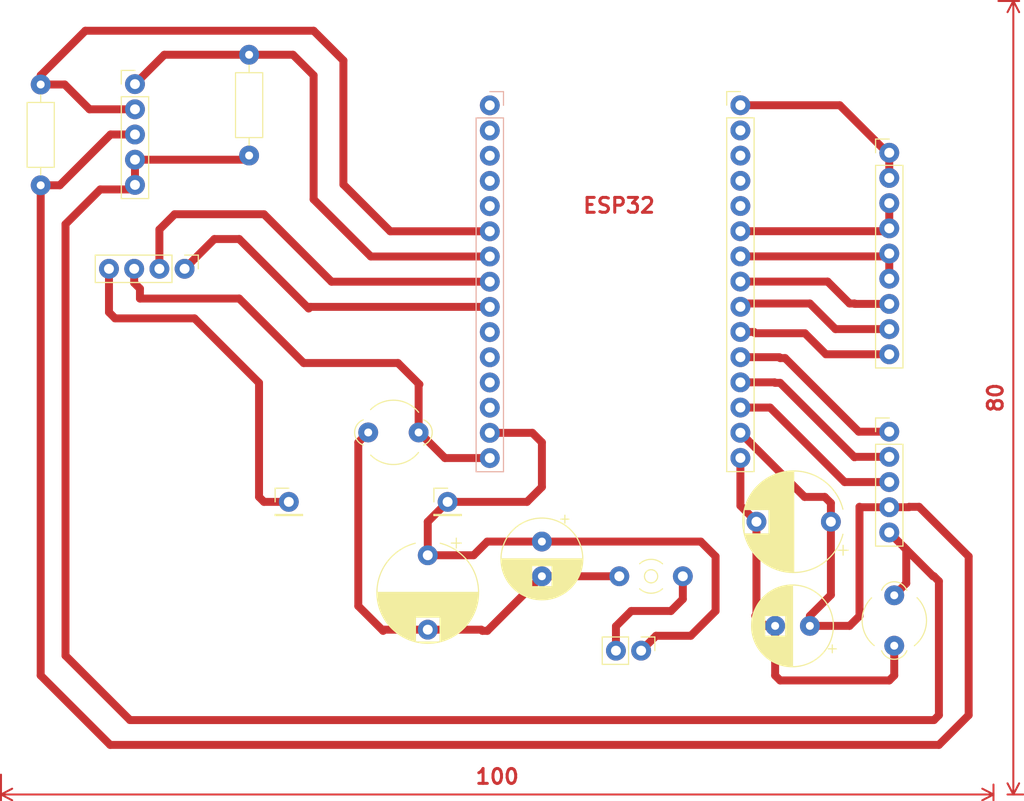
<source format=kicad_pcb>
(kicad_pcb (version 20241229) (generator "pcbnew") (generator_version "9.0")
  (layers (0 "F.Cu" signal) (2 "B.Cu" signal) (13 "F.Paste" user) (15 "B.Paste" user) (5 "F.SilkS" user "F.Silkscreen") (7 "B.SilkS" user "B.Silkscreen") (1 "F.Mask" user) (3 "B.Mask" user) (25 "Edge.Cuts" user))
  (net 0 "")
  (footprint "Capacitor_THT:CP_Radial_D10.0mm_P7.50mm" (layer "F.Cu") (at 68.5 133.382323 -90)
    (property "Reference" "REF**" (hide yes))
    (property "Value" "CP_Radial_D10.0mm_P7.50mm" (hide yes))
    (pad "1" thru_hole circle (at 0 0 270) (size 2 2) (drill 1) (layers "*.Cu" "*.Mask"))
    (pad "2" thru_hole circle (at 7.5 0 270) (size 2 2) (drill 1) (layers "*.Cu" "*.Mask"))
  )
  (footprint "Capacitor_THT:CP_Radial_D10.0mm_P7.50mm" (layer "F.Cu") (at 109.117677 130 180)
    (property "Reference" "REF**" (hide yes))
    (property "Value" "CP_Radial_D10.0mm_P7.50mm" (hide yes))
    (pad "1" thru_hole circle (at 0 0 180) (size 2 2) (drill 1) (layers "*.Cu" "*.Mask"))
    (pad "2" thru_hole circle (at 7.5 0 180) (size 2 2) (drill 1) (layers "*.Cu" "*.Mask"))
  )
  (footprint "Connector_PinHeader_2.54mm:PinHeader_1x01_P2.54mm_Vertical" (layer "F.Cu") (at 70.5 128)
    (property "Reference" "REF**" (hide yes))
    (property "Value" "PinHeader_1x01_P2.54mm_Vertical" (hide yes))
    (pad "1" thru_hole circle (at 0 0) (size 2 2) (drill 1) (layers "*.Cu" "*.Mask"))
  )
  (footprint "Connector_PinHeader_2.54mm:PinHeader_1x15_P2.54mm_Vertical" (layer "F.Cu") (at 100 88.01)
    (property "Reference" "REF**" (hide yes))
    (property "Value" "PinHeader_1x15_P2.54mm_Vertical" (hide yes))
    (pad "1" thru_hole circle (at 0 0) (size 2 2) (drill 1) (layers "*.Cu" "*.Mask"))
    (pad "2" thru_hole circle (at 0 2.54) (size 2 2) (drill 1) (layers "*.Cu" "*.Mask"))
    (pad "3" thru_hole circle (at 0 5.08) (size 2 2) (drill 1) (layers "*.Cu" "*.Mask"))
    (pad "4" thru_hole circle (at 0 7.62) (size 2 2) (drill 1) (layers "*.Cu" "*.Mask"))
    (pad "5" thru_hole circle (at 0 10.16) (size 2 2) (drill 1) (layers "*.Cu" "*.Mask"))
    (pad "6" thru_hole circle (at 0 12.7) (size 2 2) (drill 1) (layers "*.Cu" "*.Mask"))
    (pad "7" thru_hole circle (at 0 15.24) (size 2 2) (drill 1) (layers "*.Cu" "*.Mask"))
    (pad "8" thru_hole circle (at 0 17.78) (size 2 2) (drill 1) (layers "*.Cu" "*.Mask"))
    (pad "9" thru_hole circle (at 0 20.32) (size 2 2) (drill 1) (layers "*.Cu" "*.Mask"))
    (pad "10" thru_hole circle (at 0 22.86) (size 2 2) (drill 1) (layers "*.Cu" "*.Mask"))
    (pad "11" thru_hole circle (at 0 25.4) (size 2 2) (drill 1) (layers "*.Cu" "*.Mask"))
    (pad "12" thru_hole circle (at 0 27.94) (size 2 2) (drill 1) (layers "*.Cu" "*.Mask"))
    (pad "13" thru_hole circle (at 0 30.48) (size 2 2) (drill 1) (layers "*.Cu" "*.Mask"))
    (pad "14" thru_hole circle (at 0 33.02) (size 2 2) (drill 1) (layers "*.Cu" "*.Mask"))
    (pad "15" thru_hole circle (at 0 35.56) (size 2 2) (drill 1) (layers "*.Cu" "*.Mask"))
  )
  (footprint "Resistor_THT:R_Axial_DIN0207_L6.3mm_D2.5mm_P10.16mm_Horizontal" (layer "F.Cu") (at 29.5 85.92 -90)
    (property "Reference" "REF**" (hide yes))
    (property "Value" "R_Axial_DIN0207_L6.3mm_D2.5mm_P10.16mm_Horizontal" (hide yes))
    (pad "1" thru_hole circle (at 0 0 270) (size 2 2) (drill 0.8) (layers "*.Cu" "*.Mask"))
    (pad "2" thru_hole circle (at 10.16 0 270) (size 2 2) (drill 0.8) (layers "*.Cu" "*.Mask"))
  )
  (footprint "Ferrite_THT:LairdTech_28C0236-0JW-10" (layer "F.Cu") (at 115.5 137.42 -90)
    (property "Reference" "REF**" (hide yes))
    (property "Value" "LairdTech_28C0236-0JW-10" (hide yes))
    (pad "1" thru_hole circle (at 0 0 270) (size 2 2) (drill 0.8) (layers "*.Cu" "*.Mask"))
    (pad "2" thru_hole circle (at 5.08 0 270) (size 2 2) (drill 0.8) (layers "*.Cu" "*.Mask"))
  )
  (footprint "Connector_PinHeader_2.54mm:PinHeader_1x04_P2.54mm_Vertical" (layer "F.Cu") (at 44 104.5 -90)
    (property "Reference" "REF**" (hide yes))
    (property "Value" "RTC" (hide yes))
    (pad "1" thru_hole circle (at 0 0 270) (size 2 2) (drill 1) (layers "*.Cu" "*.Mask"))
    (pad "2" thru_hole circle (at 0 2.54 270) (size 2 2) (drill 1) (layers "*.Cu" "*.Mask"))
    (pad "3" thru_hole circle (at 0 5.08 270) (size 2 2) (drill 1) (layers "*.Cu" "*.Mask"))
    (pad "4" thru_hole circle (at 0 7.62 270) (size 2 2) (drill 1) (layers "*.Cu" "*.Mask"))
  )
  (footprint "Connector_PinHeader_2.54mm:PinHeader_1x01_P2.54mm_Vertical" (layer "F.Cu") (at 54.5 128)
    (property "Reference" "REF**" (hide yes))
    (property "Value" "PinHeader_1x01_P2.54mm_Vertical" (hide yes))
    (pad "1" thru_hole circle (at 0 0) (size 2 2) (drill 1) (layers "*.Cu" "*.Mask"))
  )
  (footprint "Connector_PinHeader_2.54mm:PinHeader_1x02_P2.54mm_Vertical" (layer "F.Cu") (at 90 143 -90)
    (property "Reference" "REF**" (hide yes))
    (property "Value" "USB")
    (pad "1" thru_hole circle (at 0 0 270) (size 2 2) (drill 1) (layers "*.Cu" "*.Mask"))
    (pad "2" thru_hole circle (at 0 2.54 270) (size 2 2) (drill 1) (layers "*.Cu" "*.Mask"))
  )
  (footprint "Ferrite_THT:LairdTech_28C0236-0JW-10" (layer "F.Cu") (at 62.5 121)
    (property "Reference" "REF**" (hide yes))
    (property "Value" "LairdTech_28C0236-0JW-10" (hide yes))
    (pad "1" thru_hole circle (at 0 0) (size 2 2) (drill 0.8) (layers "*.Cu" "*.Mask"))
    (pad "2" thru_hole circle (at 5.08 0) (size 2 2) (drill 0.8) (layers "*.Cu" "*.Mask"))
  )
  (footprint "Connector_PinHeader_2.54mm:PinHeader_1x09_P2.54mm_Vertical" (layer "F.Cu") (at 115 92.8)
    (property "Reference" "REF**" (hide yes))
    (property "Value" "PinHeader_1x09_P2.54mm_Vertical" (hide yes))
    (pad "1" thru_hole circle (at 0 0) (size 2 2) (drill 1) (layers "*.Cu" "*.Mask"))
    (pad "2" thru_hole circle (at 0 2.54) (size 2 2) (drill 1) (layers "*.Cu" "*.Mask"))
    (pad "3" thru_hole circle (at 0 5.08) (size 2 2) (drill 1) (layers "*.Cu" "*.Mask"))
    (pad "4" thru_hole circle (at 0 7.62) (size 2 2) (drill 1) (layers "*.Cu" "*.Mask"))
    (pad "5" thru_hole circle (at 0 10.16) (size 2 2) (drill 1) (layers "*.Cu" "*.Mask"))
    (pad "6" thru_hole circle (at 0 12.7) (size 2 2) (drill 1) (layers "*.Cu" "*.Mask"))
    (pad "7" thru_hole circle (at 0 15.24) (size 2 2) (drill 1) (layers "*.Cu" "*.Mask"))
    (pad "8" thru_hole circle (at 0 17.78) (size 2 2) (drill 1) (layers "*.Cu" "*.Mask"))
    (pad "9" thru_hole circle (at 0 20.32) (size 2 2) (drill 1) (layers "*.Cu" "*.Mask"))
  )
  (footprint "Capacitor_THT:CP_Radial_D8.0mm_P3.50mm" (layer "F.Cu") (at 80 132 -90)
    (property "Reference" "REF**" (hide yes))
    (property "Value" "CP_Radial_D8.0mm_P3.50mm" (hide yes))
    (pad "1" thru_hole circle (at 0 0 270) (size 2 2) (drill 0.8) (layers "*.Cu" "*.Mask"))
    (pad "2" thru_hole circle (at 3.5 0 270) (size 2 2) (drill 0.8) (layers "*.Cu" "*.Mask"))
  )
  (footprint "Connector_PinHeader_2.54mm:PinHeader_1x05_P2.54mm_Vertical" (layer "F.Cu") (at 39 85.88)
    (property "Reference" "REF**" (hide yes))
    (property "Value" "temp/fotoresistor" (hide yes))
    (pad "1" thru_hole circle (at 0 0) (size 2 2) (drill 1) (layers "*.Cu" "*.Mask"))
    (pad "2" thru_hole circle (at 0 2.54) (size 2 2) (drill 1) (layers "*.Cu" "*.Mask"))
    (pad "3" thru_hole circle (at 0 5.08) (size 2 2) (drill 1) (layers "*.Cu" "*.Mask"))
    (pad "4" thru_hole circle (at 0 7.62) (size 2 2) (drill 1) (layers "*.Cu" "*.Mask"))
    (pad "5" thru_hole circle (at 0 10.16) (size 2 2) (drill 1) (layers "*.Cu" "*.Mask"))
  )
  (footprint "Resistor_THT:R_Axial_DIN0207_L6.3mm_D2.5mm_P10.16mm_Horizontal" (layer "F.Cu") (at 50.5 82.92 -90)
    (property "Reference" "REF**" (hide yes))
    (property "Value" "R_Axial_DIN0207_L6.3mm_D2.5mm_P10.16mm_Horizontal" (hide yes))
    (pad "1" thru_hole circle (at 0 0 270) (size 2 2) (drill 0.8) (layers "*.Cu" "*.Mask"))
    (pad "2" thru_hole circle (at 10.16 0 270) (size 2 2) (drill 0.8) (layers "*.Cu" "*.Mask"))
  )
  (footprint "Connector_PinHeader_2.54mm:PinHeader_1x05_P2.54mm_Vertical" (layer "F.Cu") (at 115 120.92)
    (property "Reference" "REF**" (hide yes))
    (property "Value" "temp/fotoresistor" (hide yes))
    (pad "1" thru_hole circle (at 0 0) (size 2 2) (drill 1) (layers "*.Cu" "*.Mask"))
    (pad "2" thru_hole circle (at 0 2.54) (size 2 2) (drill 1) (layers "*.Cu" "*.Mask"))
    (pad "3" thru_hole circle (at 0 5.08) (size 2 2) (drill 1) (layers "*.Cu" "*.Mask"))
    (pad "4" thru_hole circle (at 0 7.62) (size 2 2) (drill 1) (layers "*.Cu" "*.Mask"))
    (pad "5" thru_hole circle (at 0 10.16) (size 2 2) (drill 1) (layers "*.Cu" "*.Mask"))
  )
  (footprint "Capacitor_THT:CP_Radial_D8.0mm_P3.50mm" (layer "F.Cu") (at 107 140.5 180)
    (property "Reference" "REF**" (hide yes))
    (property "Value" "CP_Radial_D8.0mm_P3.50mm" (hide yes))
    (pad "1" thru_hole circle (at 0 0 180) (size 2 2) (drill 0.8) (layers "*.Cu" "*.Mask"))
    (pad "2" thru_hole circle (at 3.5 0 180) (size 2 2) (drill 0.8) (layers "*.Cu" "*.Mask"))
  )
  (footprint "Inductor_THT:L_Toroid_Horizontal_D3.2mm_P6.40mm_Diameter3-5mm_Amidon-T12" (layer "F.Cu") (at 87.8 135.5)
    (property "Reference" "REF**" (hide yes))
    (property "Value" "fuse" (hide yes))
    (pad "1" thru_hole circle (at 0 0) (size 2 2) (drill 1) (layers "*.Cu" "*.Mask"))
    (pad "2" thru_hole circle (at 6.4 0) (size 2 2) (drill 1) (layers "*.Cu" "*.Mask"))
  )
  (footprint "Connector_PinHeader_2.54mm:PinHeader_1x15_P2.54mm_Vertical" (layer "B.Cu") (at 74.75 88.02 180)
    (property "Reference" "REF**" (hide yes))
    (property "Value" "PinHeader_1x15_P2.54mm_Vertical" (hide yes))
    (pad "1" thru_hole circle (at 0 0 180) (size 2 2) (drill 1) (layers "*.Cu" "*.Mask"))
    (pad "2" thru_hole circle (at 0 -2.54 180) (size 2 2) (drill 1) (layers "*.Cu" "*.Mask"))
    (pad "3" thru_hole circle (at 0 -5.08 180) (size 2 2) (drill 1) (layers "*.Cu" "*.Mask"))
    (pad "4" thru_hole circle (at 0 -7.62 180) (size 2 2) (drill 1) (layers "*.Cu" "*.Mask"))
    (pad "5" thru_hole circle (at 0 -10.16 180) (size 2 2) (drill 1) (layers "*.Cu" "*.Mask"))
    (pad "6" thru_hole circle (at 0 -12.7 180) (size 2 2) (drill 1) (layers "*.Cu" "*.Mask"))
    (pad "7" thru_hole circle (at 0 -15.24 180) (size 2 2) (drill 1) (layers "*.Cu" "*.Mask"))
    (pad "8" thru_hole circle (at 0 -17.78 180) (size 2 2) (drill 1) (layers "*.Cu" "*.Mask"))
    (pad "9" thru_hole circle (at 0 -20.32 180) (size 2 2) (drill 1) (layers "*.Cu" "*.Mask"))
    (pad "10" thru_hole circle (at 0 -22.86 180) (size 2 2) (drill 1) (layers "*.Cu" "*.Mask"))
    (pad "11" thru_hole circle (at 0 -25.4 180) (size 2 2) (drill 1) (layers "*.Cu" "*.Mask"))
    (pad "12" thru_hole circle (at 0 -27.94 180) (size 2 2) (drill 1) (layers "*.Cu" "*.Mask"))
    (pad "13" thru_hole circle (at 0 -30.48 180) (size 2 2) (drill 1) (layers "*.Cu" "*.Mask"))
    (pad "14" thru_hole circle (at 0 -33.02 180) (size 2 2) (drill 1) (layers "*.Cu" "*.Mask"))
    (pad "15" thru_hole circle (at 0 -35.56 180) (size 2 2) (drill 1) (layers "*.Cu" "*.Mask"))
  )
  (gr_text "ESP32\n" (at 84 99 0) (layer "F.Cu") (effects (font (size 1.5 1.5) (thickness 0.3) (bold yes)) (justify left bottom)))
  (dimension (type orthogonal) (layer "F.Cu") (pts (xy 129 157.5) (xy 125.5 77.5)) (height -1.5) (orientation 1) (format (prefix "") (suffix "") (units 3) (units_format 0) (precision 4) (suppress_zeroes yes)) (style (thickness 0.2) (arrow_length 1.27) (text_position_mode 0) (arrow_direction outward) (extension_height 0.58642) (extension_offset 0.5) (keep_text_aligned yes)) (gr_text "80" (at 125.7 117.5 90) (layer "F.Cu") (effects (font (size 1.5 1.5) (thickness 0.3)))))
  (dimension (type orthogonal) (layer "F.Cu") (pts (xy 25.5 155) (xy 125.5 156)) (height 2.5) (orientation 0) (format (prefix "") (suffix "") (units 3) (units_format 0) (precision 4) (suppress_zeroes yes)) (style (thickness 0.2) (arrow_length 1.27) (text_position_mode 0) (arrow_direction outward) (extension_height 0.58642) (extension_offset 0.5) (keep_text_aligned yes)) (gr_text "100" (at 75.5 155.7 0) (layer "F.Cu") (effects (font (size 1.5 1.5) (thickness 0.3)))))
  (segment (start 103.5 116) (end 103.45 115.95) (width 0.8) (layer "F.Cu") (net 0))
  (segment (start 80 132) (end 96 132) (width 0.8) (layer "F.Cu") (net 0))
  (segment (start 64 141) (end 61.5 138.5) (width 0.8) (layer "F.Cu") (net 0))
  (segment (start 58.8 105.8) (end 74.75 105.8) (width 0.8) (layer "F.Cu") (net 0))
  (segment (start 32 143.5) (end 32 100) (width 0.8) (layer "F.Cu") (net 0))
  (segment (start 31.42 96.08) (end 36.54 90.96) (width 0.8) (layer "F.Cu") (net 0))
  (segment (start 38.92 105.92) (end 38.92 104.5) (width 0.8) (layer "F.Cu") (net 0))
  (segment (start 56.66 108.34) (end 56.5 108.5) (width 0.8) (layer "F.Cu") (net 0))
  (segment (start 115 97.88) (end 115 100.42) (width 0.8) (layer "F.Cu") (net 0))
  (segment (start 52 128) (end 54.5 128) (width 0.8) (layer "F.Cu") (net 0))
  (segment (start 57 97.5) (end 57 85) (width 0.8) (layer "F.Cu") (net 0))
  (segment (start 67.58 121) (end 67.652651 121) (width 0.8) (layer "F.Cu") (net 0))
  (segment (start 51.5 116) (end 51.5 127.5) (width 0.8) (layer "F.Cu") (net 0))
  (segment (start 37 109.5) (end 45 109.5) (width 0.8) (layer "F.Cu") (net 0))
  (segment (start 116.46 132.54) (end 116.71 132.79) (width 0.8) (layer "F.Cu") (net 0))
  (segment (start 120 136) (end 120 149.5) (width 0.8) (layer "F.Cu") (net 0))
  (segment (start 60 96) (end 64.72 100.72) (width 0.8) (layer "F.Cu") (net 0))
  (segment (start 74 141) (end 73.882323 140.882323) (width 0.8) (layer "F.Cu") (net 0))
  (segment (start 116.46 132.54) (end 119.42 135.5) (width 0.8) (layer "F.Cu") (net 0))
  (segment (start 101.617677 130) (end 101.617677 139.382323) (width 0.8) (layer "F.Cu") (net 0))
  (segment (start 38.5 150) (end 32 143.5) (width 0.8) (layer "F.Cu") (net 0))
  (segment (start 100 123.57) (end 100 128.382323) (width 0.8) (layer "F.Cu") (net 0))
  (segment (start 101.5 111) (end 101.37 110.87) (width 0.8) (layer "F.Cu") (net 0))
  (segment (start 74.71 121) (end 74.75 121.04) (width 0.8) (layer "F.Cu") (net 0))
  (segment (start 115 110.58) (end 109.58 110.58) (width 0.8) (layer "F.Cu") (net 0))
  (segment (start 119.42 135.5) (end 119.5 135.5) (width 0.8) (layer "F.Cu") (net 0))
  (segment (start 70.5 128) (end 78.5 128) (width 0.8) (layer "F.Cu") (net 0))
  (segment (start 104 113.5) (end 103.91 113.41) (width 0.8) (layer "F.Cu") (net 0))
  (segment (start 45 109.5) (end 51.5 116) (width 0.8) (layer "F.Cu") (net 0))
  (segment (start 107 140.5) (end 111 140.5) (width 0.8) (layer "F.Cu") (net 0))
  (segment (start 50.08 93.5) (end 50.5 93.08) (width 0.8) (layer "F.Cu") (net 0))
  (segment (start 52 99) (end 58.8 105.8) (width 0.8) (layer "F.Cu") (net 0))
  (segment (start 91.5 141.5) (end 90 143) (width 0.8) (layer "F.Cu") (net 0))
  (segment (start 109.117677 130) (end 109.117677 137.382323) (width 0.8) (layer "F.Cu") (net 0))
  (segment (start 103.91 113.41) (end 100 113.41) (width 0.8) (layer "F.Cu") (net 0))
  (segment (start 29.5 85.92) (end 29.5 85) (width 0.8) (layer "F.Cu") (net 0))
  (segment (start 67.652651 116.152651) (end 67.58 116.225302) (width 0.8) (layer "F.Cu") (net 0))
  (segment (start 39 93.5) (end 50.08 93.5) (width 0.8) (layer "F.Cu") (net 0))
  (segment (start 110.5 126) (end 102.99 118.49) (width 0.8) (layer "F.Cu") (net 0))
  (segment (start 74.75 103.26) (end 62.76 103.26) (width 0.8) (layer "F.Cu") (net 0))
  (segment (start 114.71 103.25) (end 115 102.96) (width 0.8) (layer "F.Cu") (net 0))
  (segment (start 101.37 110.87) (end 100 110.87) (width 0.8) (layer "F.Cu") (net 0))
  (segment (start 103.5 140.5) (end 103.5 145.5) (width 0.8) (layer "F.Cu") (net 0))
  (segment (start 106.47 127.5) (end 100 121.03) (width 0.8) (layer "F.Cu") (net 0))
  (segment (start 115 146) (end 115.5 145.5) (width 0.8) (layer "F.Cu") (net 0))
  (segment (start 112.04 128.54) (end 115 128.54) (width 0.8) (layer "F.Cu") (net 0))
  (segment (start 94.2 137.8) (end 94.2 135.5) (width 0.8) (layer "F.Cu") (net 0))
  (segment (start 29.5 145.5) (end 29.5 96.08) (width 0.8) (layer "F.Cu") (net 0))
  (segment (start 54.92 82.92) (end 50.5 82.92) (width 0.8) (layer "F.Cu") (net 0))
  (segment (start 100 128.382323) (end 101.617677 130) (width 0.8) (layer "F.Cu") (net 0))
  (segment (start 61.5 122) (end 62.5 121) (width 0.8) (layer "F.Cu") (net 0))
  (segment (start 108.79 105.79) (end 111 108) (width 0.8) (layer "F.Cu") (net 0))
  (segment (start 114.71 100.71) (end 115 100.42) (width 0.8) (layer "F.Cu") (net 0))
  (segment (start 64.72 100.72) (end 74.75 100.72) (width 0.8) (layer "F.Cu") (net 0))
  (segment (start 108.5 127.5) (end 106.47 127.5) (width 0.8) (layer "F.Cu") (net 0))
  (segment (start 111.54 108.04) (end 115 108.04) (width 0.8) (layer "F.Cu") (net 0))
  (segment (start 118 128.5) (end 123 133.5) (width 0.8) (layer "F.Cu") (net 0))
  (segment (start 104.5 113.5) (end 104 113.5) (width 0.8) (layer "F.Cu") (net 0))
  (segment (start 110.01 88.01) (end 114.8 92.8) (width 0.8) (layer "F.Cu") (net 0))
  (segment (start 39 88.42) (end 34.42 88.42) (width 0.8) (layer "F.Cu") (net 0))
  (segment (start 102.99 118.49) (end 100 118.49) (width 0.8) (layer "F.Cu") (net 0))
  (segment (start 116.71 136.21) (end 115.5 137.42) (width 0.8) (layer "F.Cu") (net 0))
  (segment (start 115 123.46) (end 111.54 123.46) (width 0.8) (layer "F.Cu") (net 0))
  (segment (start 100 100.71) (end 114.71 100.71) (width 0.8) (layer "F.Cu") (net 0))
  (segment (start 87.46 140.54) (end 89 139) (width 0.8) (layer "F.Cu") (net 0))
  (segment (start 115 120.92) (end 111.92 120.92) (width 0.8) (layer "F.Cu") (net 0))
  (segment (start 74.5 132) (end 80 132) (width 0.8) (layer "F.Cu") (net 0))
  (segment (start 68.5 130) (end 70.5 128) (width 0.8) (layer "F.Cu") (net 0))
  (segment (start 111.5 108) (end 111.54 108.04) (width 0.8) (layer "F.Cu") (net 0))
  (segment (start 47 101.5) (end 44 104.5) (width 0.8) (layer "F.Cu") (net 0))
  (segment (start 32 100) (end 35.5 96.5) (width 0.8) (layer "F.Cu") (net 0))
  (segment (start 41.96 82.92) (end 50.5 82.92) (width 0.8) (layer "F.Cu") (net 0))
  (segment (start 112 139.5) (end 112 128.5) (width 0.8) (layer "F.Cu") (net 0))
  (segment (start 87.8 135.5) (end 80 135.5) (width 0.8) (layer "F.Cu") (net 0))
  (segment (start 108.62 113.12) (end 106.5 111) (width 0.8) (layer "F.Cu") (net 0))
  (segment (start 73.117677 133.382323) (end 74.5 132) (width 0.8) (layer "F.Cu") (net 0))
  (segment (start 96 132) (end 97.5 133.5) (width 0.8) (layer "F.Cu") (net 0))
  (segment (start 64.117677 140.882323) (end 64 141) (width 0.8) (layer "F.Cu") (net 0))
  (segment (start 104 116) (end 103.5 116) (width 0.8) (layer "F.Cu") (net 0))
  (segment (start 120 152.5) (end 36.5 152.5) (width 0.8) (layer "F.Cu") (net 0))
  (segment (start 119.5 150) (end 38.5 150) (width 0.8) (layer "F.Cu") (net 0))
  (segment (start 100 105.79) (end 108.79 105.79) (width 0.8) (layer "F.Cu") (net 0))
  (segment (start 117 128.5) (end 118 128.5) (width 0.8) (layer "F.Cu") (net 0))
  (segment (start 107 139.5) (end 107 140.5) (width 0.8) (layer "F.Cu") (net 0))
  (segment (start 101.5 139.5) (end 102.5 140.5) (width 0.8) (layer "F.Cu") (net 0))
  (segment (start 49.5 101.5) (end 47 101.5) (width 0.8) (layer "F.Cu") (net 0))
  (segment (start 39.5 106.5) (end 38.92 105.92) (width 0.8) (layer "F.Cu") (net 0))
  (segment (start 36.5 152.5) (end 29.5 145.5) (width 0.8) (layer "F.Cu") (net 0))
  (segment (start 34.42 88.42) (end 31.92 85.92) (width 0.8) (layer "F.Cu") (net 0))
  (segment (start 115 92.8) (end 115 95.34) (width 0.8) (layer "F.Cu") (net 0))
  (segment (start 67.652651 121) (end 70.232651 123.58) (width 0.8) (layer "F.Cu") (net 0))
  (segment (start 89 139) (end 93 139) (width 0.8) (layer "F.Cu") (net 0))
  (segment (start 56 114) (end 49.5 107.5) (width 0.8) (layer "F.Cu") (net 0))
  (segment (start 36.54 90.96) (end 39 90.96) (width 0.8) (layer "F.Cu") (net 0))
  (segment (start 100 103.25) (end 114.71 103.25) (width 0.8) (layer "F.Cu") (net 0))
  (segment (start 111.92 120.92) (end 104.5 113.5) (width 0.8) (layer "F.Cu") (net 0))
  (segment (start 62.76 103.26) (end 57 97.5) (width 0.8) (layer "F.Cu") (net 0))
  (segment (start 97.5 133.5) (end 97.5 139) (width 0.8) (layer "F.Cu") (net 0))
  (segment (start 123 133.5) (end 123 149.5) (width 0.8) (layer "F.Cu") (net 0))
  (segment (start 104 146) (end 115 146) (width 0.8) (layer "F.Cu") (net 0))
  (segment (start 65.5 114) (end 56 114) (width 0.8) (layer "F.Cu") (net 0))
  (segment (start 115.5 145.5) (end 115.5 142.5) (width 0.8) (layer "F.Cu") (net 0))
  (segment (start 34 80.5) (end 57 80.5) (width 0.8) (layer "F.Cu") (net 0))
  (segment (start 29.5 96.08) (end 31.42 96.08) (width 0.8) (layer "F.Cu") (net 0))
  (segment (start 115 113.12) (end 108.62 113.12) (width 0.8) (layer "F.Cu") (net 0))
  (segment (start 70.5 128) (end 70.5 127.83) (width 0.8) (layer "F.Cu") (net 0))
  (segment (start 80 126.5) (end 80 122) (width 0.8) (layer "F.Cu") (net 0))
  (segment (start 115 128.54) (end 116.96 128.54) (width 0.8) (layer "F.Cu") (net 0))
  (segment (start 115 126) (end 110.5 126) (width 0.8) (layer "F.Cu") (net 0))
  (segment (start 68.5 133.382323) (end 73.117677 133.382323) (width 0.8) (layer "F.Cu") (net 0))
  (segment (start 102.5 140.5) (end 103.5 140.5) (width 0.8) (layer "F.Cu") (net 0))
  (segment (start 109.117677 130) (end 109.117677 128.117677) (width 0.8) (layer "F.Cu") (net 0))
  (segment (start 123 149.5) (end 120 152.5) (width 0.8) (layer "F.Cu") (net 0))
  (segment (start 39.5 107.5) (end 39.5 106.5) (width 0.8) (layer "F.Cu") (net 0))
  (segment (start 101.617677 139.382323) (end 101.5 139.5) (width 0.8) (layer "F.Cu") (net 0))
  (segment (start 115 102.96) (end 115 105.5) (width 0.8) (layer "F.Cu") (net 0))
  (segment (start 119.5 135.5) (end 120 136) (width 0.8) (layer "F.Cu") (net 0))
  (segment (start 97.5 139) (end 95 141.5) (width 0.8) (layer "F.Cu") (net 0))
  (segment (start 36.38 108.88) (end 37 109.5) (width 0.8) (layer "F.Cu") (net 0))
  (segment (start 103.45 115.95) (end 100 115.95) (width 0.8) (layer "F.Cu") (net 0))
  (segment (start 116.96 128.54) (end 117 128.5) (width 0.8) (layer "F.Cu") (net 0))
  (segment (start 79.04 121.04) (end 74.75 121.04) (width 0.8) (layer "F.Cu") (net 0))
  (segment (start 51.5 127.5) (end 52 128) (width 0.8) (layer "F.Cu") (net 0))
  (segment (start 109.117677 137.382323) (end 107 139.5) (width 0.8) (layer "F.Cu") (net 0))
  (segment (start 68.5 140.882323) (end 64.117677 140.882323) (width 0.8) (layer "F.Cu") (net 0))
  (segment (start 70.232651 123.58) (end 74.75 123.58) (width 0.8) (layer "F.Cu") (net 0))
  (segment (start 109.117677 128.117677) (end 108.5 127.5) (width 0.8) (layer "F.Cu") (net 0))
  (segment (start 73.882323 140.882323) (end 68.5 140.882323) (width 0.8) (layer "F.Cu") (net 0))
  (segment (start 67.652651 116.152651) (end 65.5 114) (width 0.8) (layer "F.Cu") (net 0))
  (segment (start 41.46 104.5) (end 41.46 100.54) (width 0.8) (layer "F.Cu") (net 0))
  (segment (start 120 149.5) (end 119.5 150) (width 0.8) (layer "F.Cu") (net 0))
  (segment (start 56.5 108.5) (end 49.5 101.5) (width 0.8) (layer "F.Cu") (net 0))
  (segment (start 95 141.5) (end 91.5 141.5) (width 0.8) (layer "F.Cu") (net 0))
  (segment (start 115 131.08) (end 116.46 132.54) (width 0.8) (layer "F.Cu") (net 0))
  (segment (start 111 108) (end 111.5 108) (width 0.8) (layer "F.Cu") (net 0))
  (segment (start 60 83.5) (end 60 96) (width 0.8) (layer "F.Cu") (net 0))
  (segment (start 112 128.5) (end 112.04 128.54) (width 0.8) (layer "F.Cu") (net 0))
  (segment (start 100.33 108) (end 100 108.33) (width 0.8) (layer "F.Cu") (net 0))
  (segment (start 39 93.5) (end 39 96.04) (width 0.8) (layer "F.Cu") (net 0))
  (segment (start 57 80.5) (end 60 83.5) (width 0.8) (layer "F.Cu") (net 0))
  (segment (start 39 85.88) (end 41.96 82.92) (width 0.8) (layer "F.Cu") (net 0))
  (segment (start 43 99) (end 52 99) (width 0.8) (layer "F.Cu") (net 0))
  (segment (start 31.92 85.92) (end 29.5 85.92) (width 0.8) (layer "F.Cu") (net 0))
  (segment (start 107 108) (end 100.33 108) (width 0.8) (layer "F.Cu") (net 0))
  (segment (start 29.5 85) (end 34 80.5) (width 0.8) (layer "F.Cu") (net 0))
  (segment (start 68.5 133.382323) (end 68.5 130) (width 0.8) (layer "F.Cu") (net 0))
  (segment (start 41.46 100.54) (end 43 99) (width 0.8) (layer "F.Cu") (net 0))
  (segment (start 111 140.5) (end 112 139.5) (width 0.8) (layer "F.Cu") (net 0))
  (segment (start 100 88.01) (end 110.01 88.01) (width 0.8) (layer "F.Cu") (net 0))
  (segment (start 93 139) (end 94.2 137.8) (width 0.8) (layer "F.Cu") (net 0))
  (segment (start 116.71 132.79) (end 116.71 136.21) (width 0.8) (layer "F.Cu") (net 0))
  (segment (start 114.8 92.8) (end 115 92.8) (width 0.8) (layer "F.Cu") (net 0))
  (segment (start 74.5 141) (end 74 141) (width 0.8) (layer "F.Cu") (net 0))
  (segment (start 109.58 110.58) (end 107 108) (width 0.8) (layer "F.Cu") (net 0))
  (segment (start 38.54 96.5) (end 39 96.04) (width 0.8) (layer "F.Cu") (net 0))
  (segment (start 67.58 116.225302) (end 67.58 121) (width 0.8) (layer "F.Cu") (net 0))
  (segment (start 78.5 128) (end 80 126.5) (width 0.8) (layer "F.Cu") (net 0))
  (segment (start 49.5 107.5) (end 39.5 107.5) (width 0.8) (layer "F.Cu") (net 0))
  (segment (start 111.5 123.5) (end 104 116) (width 0.8) (layer "F.Cu") (net 0))
  (segment (start 106.5 111) (end 101.5 111) (width 0.8) (layer "F.Cu") (net 0))
  (segment (start 35.5 96.5) (end 38.54 96.5) (width 0.8) (layer "F.Cu") (net 0))
  (segment (start 57 85) (end 54.92 82.92) (width 0.8) (layer "F.Cu") (net 0))
  (segment (start 103.5 145.5) (end 104 146) (width 0.8) (layer "F.Cu") (net 0))
  (segment (start 61.5 138.5) (end 61.5 122) (width 0.8) (layer "F.Cu") (net 0))
  (segment (start 36.38 104.5) (end 36.38 108.88) (width 0.8) (layer "F.Cu") (net 0))
  (segment (start 74.75 108.34) (end 56.66 108.34) (width 0.8) (layer "F.Cu") (net 0))
  (segment (start 111.54 123.46) (end 111.5 123.5) (width 0.8) (layer "F.Cu") (net 0))
  (segment (start 80 122) (end 79.04 121.04) (width 0.8) (layer "F.Cu") (net 0))
  (segment (start 80 135.5) (end 74.5 141) (width 0.8) (layer "F.Cu") (net 0))
  (segment (start 87.46 143) (end 87.46 140.54) (width 0.8) (layer "F.Cu") (net 0))
)
</source>
